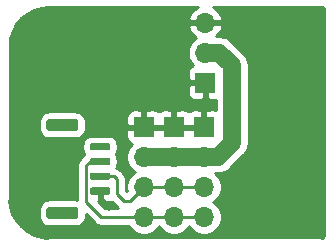
<source format=gtl>
G04 #@! TF.GenerationSoftware,KiCad,Pcbnew,(5.1.5)-3*
G04 #@! TF.CreationDate,2020-09-29T13:04:06-07:00*
G04 #@! TF.ProjectId,can_servo_x3_breakout,63616e5f-7365-4727-966f-5f78335f6272,rev?*
G04 #@! TF.SameCoordinates,Original*
G04 #@! TF.FileFunction,Copper,L1,Top*
G04 #@! TF.FilePolarity,Positive*
%FSLAX46Y46*%
G04 Gerber Fmt 4.6, Leading zero omitted, Abs format (unit mm)*
G04 Created by KiCad (PCBNEW (5.1.5)-3) date 2020-09-29 13:04:06*
%MOMM*%
%LPD*%
G04 APERTURE LIST*
%ADD10O,1.700000X1.700000*%
%ADD11R,1.700000X1.700000*%
%ADD12C,0.100000*%
%ADD13C,0.800000*%
%ADD14C,0.250000*%
%ADD15C,1.500000*%
%ADD16C,0.254000*%
G04 APERTURE END LIST*
D10*
X222148400Y-87579200D03*
X222148400Y-85039200D03*
X222148400Y-82499200D03*
D11*
X222148400Y-79959200D03*
D10*
X219608400Y-87579200D03*
X219608400Y-85039200D03*
X219608400Y-82499200D03*
D11*
X219608400Y-79959200D03*
D10*
X217068400Y-87579200D03*
X217068400Y-85039200D03*
X217068400Y-82499200D03*
D11*
X217068400Y-79959200D03*
D10*
X222250000Y-71120000D03*
X222250000Y-73660000D03*
D11*
X222250000Y-76200000D03*
G04 #@! TA.AperFunction,SMDPad,CuDef*
D12*
G36*
X211274504Y-86726204D02*
G01*
X211298773Y-86729804D01*
X211322571Y-86735765D01*
X211345671Y-86744030D01*
X211367849Y-86754520D01*
X211388893Y-86767133D01*
X211408598Y-86781747D01*
X211426777Y-86798223D01*
X211443253Y-86816402D01*
X211457867Y-86836107D01*
X211470480Y-86857151D01*
X211480970Y-86879329D01*
X211489235Y-86902429D01*
X211495196Y-86926227D01*
X211498796Y-86950496D01*
X211500000Y-86975000D01*
X211500000Y-87475000D01*
X211498796Y-87499504D01*
X211495196Y-87523773D01*
X211489235Y-87547571D01*
X211480970Y-87570671D01*
X211470480Y-87592849D01*
X211457867Y-87613893D01*
X211443253Y-87633598D01*
X211426777Y-87651777D01*
X211408598Y-87668253D01*
X211388893Y-87682867D01*
X211367849Y-87695480D01*
X211345671Y-87705970D01*
X211322571Y-87714235D01*
X211298773Y-87720196D01*
X211274504Y-87723796D01*
X211250000Y-87725000D01*
X209050000Y-87725000D01*
X209025496Y-87723796D01*
X209001227Y-87720196D01*
X208977429Y-87714235D01*
X208954329Y-87705970D01*
X208932151Y-87695480D01*
X208911107Y-87682867D01*
X208891402Y-87668253D01*
X208873223Y-87651777D01*
X208856747Y-87633598D01*
X208842133Y-87613893D01*
X208829520Y-87592849D01*
X208819030Y-87570671D01*
X208810765Y-87547571D01*
X208804804Y-87523773D01*
X208801204Y-87499504D01*
X208800000Y-87475000D01*
X208800000Y-86975000D01*
X208801204Y-86950496D01*
X208804804Y-86926227D01*
X208810765Y-86902429D01*
X208819030Y-86879329D01*
X208829520Y-86857151D01*
X208842133Y-86836107D01*
X208856747Y-86816402D01*
X208873223Y-86798223D01*
X208891402Y-86781747D01*
X208911107Y-86767133D01*
X208932151Y-86754520D01*
X208954329Y-86744030D01*
X208977429Y-86735765D01*
X209001227Y-86729804D01*
X209025496Y-86726204D01*
X209050000Y-86725000D01*
X211250000Y-86725000D01*
X211274504Y-86726204D01*
G37*
G04 #@! TD.AperFunction*
G04 #@! TA.AperFunction,SMDPad,CuDef*
G36*
X211274504Y-79276204D02*
G01*
X211298773Y-79279804D01*
X211322571Y-79285765D01*
X211345671Y-79294030D01*
X211367849Y-79304520D01*
X211388893Y-79317133D01*
X211408598Y-79331747D01*
X211426777Y-79348223D01*
X211443253Y-79366402D01*
X211457867Y-79386107D01*
X211470480Y-79407151D01*
X211480970Y-79429329D01*
X211489235Y-79452429D01*
X211495196Y-79476227D01*
X211498796Y-79500496D01*
X211500000Y-79525000D01*
X211500000Y-80025000D01*
X211498796Y-80049504D01*
X211495196Y-80073773D01*
X211489235Y-80097571D01*
X211480970Y-80120671D01*
X211470480Y-80142849D01*
X211457867Y-80163893D01*
X211443253Y-80183598D01*
X211426777Y-80201777D01*
X211408598Y-80218253D01*
X211388893Y-80232867D01*
X211367849Y-80245480D01*
X211345671Y-80255970D01*
X211322571Y-80264235D01*
X211298773Y-80270196D01*
X211274504Y-80273796D01*
X211250000Y-80275000D01*
X209050000Y-80275000D01*
X209025496Y-80273796D01*
X209001227Y-80270196D01*
X208977429Y-80264235D01*
X208954329Y-80255970D01*
X208932151Y-80245480D01*
X208911107Y-80232867D01*
X208891402Y-80218253D01*
X208873223Y-80201777D01*
X208856747Y-80183598D01*
X208842133Y-80163893D01*
X208829520Y-80142849D01*
X208819030Y-80120671D01*
X208810765Y-80097571D01*
X208804804Y-80073773D01*
X208801204Y-80049504D01*
X208800000Y-80025000D01*
X208800000Y-79525000D01*
X208801204Y-79500496D01*
X208804804Y-79476227D01*
X208810765Y-79452429D01*
X208819030Y-79429329D01*
X208829520Y-79407151D01*
X208842133Y-79386107D01*
X208856747Y-79366402D01*
X208873223Y-79348223D01*
X208891402Y-79331747D01*
X208911107Y-79317133D01*
X208932151Y-79304520D01*
X208954329Y-79294030D01*
X208977429Y-79285765D01*
X209001227Y-79279804D01*
X209025496Y-79276204D01*
X209050000Y-79275000D01*
X211250000Y-79275000D01*
X211274504Y-79276204D01*
G37*
G04 #@! TD.AperFunction*
G04 #@! TA.AperFunction,SMDPad,CuDef*
G36*
X214064703Y-85075722D02*
G01*
X214079264Y-85077882D01*
X214093543Y-85081459D01*
X214107403Y-85086418D01*
X214120710Y-85092712D01*
X214133336Y-85100280D01*
X214145159Y-85109048D01*
X214156066Y-85118934D01*
X214165952Y-85129841D01*
X214174720Y-85141664D01*
X214182288Y-85154290D01*
X214188582Y-85167597D01*
X214193541Y-85181457D01*
X214197118Y-85195736D01*
X214199278Y-85210297D01*
X214200000Y-85225000D01*
X214200000Y-85525000D01*
X214199278Y-85539703D01*
X214197118Y-85554264D01*
X214193541Y-85568543D01*
X214188582Y-85582403D01*
X214182288Y-85595710D01*
X214174720Y-85608336D01*
X214165952Y-85620159D01*
X214156066Y-85631066D01*
X214145159Y-85640952D01*
X214133336Y-85649720D01*
X214120710Y-85657288D01*
X214107403Y-85663582D01*
X214093543Y-85668541D01*
X214079264Y-85672118D01*
X214064703Y-85674278D01*
X214050000Y-85675000D01*
X212650000Y-85675000D01*
X212635297Y-85674278D01*
X212620736Y-85672118D01*
X212606457Y-85668541D01*
X212592597Y-85663582D01*
X212579290Y-85657288D01*
X212566664Y-85649720D01*
X212554841Y-85640952D01*
X212543934Y-85631066D01*
X212534048Y-85620159D01*
X212525280Y-85608336D01*
X212517712Y-85595710D01*
X212511418Y-85582403D01*
X212506459Y-85568543D01*
X212502882Y-85554264D01*
X212500722Y-85539703D01*
X212500000Y-85525000D01*
X212500000Y-85225000D01*
X212500722Y-85210297D01*
X212502882Y-85195736D01*
X212506459Y-85181457D01*
X212511418Y-85167597D01*
X212517712Y-85154290D01*
X212525280Y-85141664D01*
X212534048Y-85129841D01*
X212543934Y-85118934D01*
X212554841Y-85109048D01*
X212566664Y-85100280D01*
X212579290Y-85092712D01*
X212592597Y-85086418D01*
X212606457Y-85081459D01*
X212620736Y-85077882D01*
X212635297Y-85075722D01*
X212650000Y-85075000D01*
X214050000Y-85075000D01*
X214064703Y-85075722D01*
G37*
G04 #@! TD.AperFunction*
G04 #@! TA.AperFunction,SMDPad,CuDef*
G36*
X214064703Y-83825722D02*
G01*
X214079264Y-83827882D01*
X214093543Y-83831459D01*
X214107403Y-83836418D01*
X214120710Y-83842712D01*
X214133336Y-83850280D01*
X214145159Y-83859048D01*
X214156066Y-83868934D01*
X214165952Y-83879841D01*
X214174720Y-83891664D01*
X214182288Y-83904290D01*
X214188582Y-83917597D01*
X214193541Y-83931457D01*
X214197118Y-83945736D01*
X214199278Y-83960297D01*
X214200000Y-83975000D01*
X214200000Y-84275000D01*
X214199278Y-84289703D01*
X214197118Y-84304264D01*
X214193541Y-84318543D01*
X214188582Y-84332403D01*
X214182288Y-84345710D01*
X214174720Y-84358336D01*
X214165952Y-84370159D01*
X214156066Y-84381066D01*
X214145159Y-84390952D01*
X214133336Y-84399720D01*
X214120710Y-84407288D01*
X214107403Y-84413582D01*
X214093543Y-84418541D01*
X214079264Y-84422118D01*
X214064703Y-84424278D01*
X214050000Y-84425000D01*
X212650000Y-84425000D01*
X212635297Y-84424278D01*
X212620736Y-84422118D01*
X212606457Y-84418541D01*
X212592597Y-84413582D01*
X212579290Y-84407288D01*
X212566664Y-84399720D01*
X212554841Y-84390952D01*
X212543934Y-84381066D01*
X212534048Y-84370159D01*
X212525280Y-84358336D01*
X212517712Y-84345710D01*
X212511418Y-84332403D01*
X212506459Y-84318543D01*
X212502882Y-84304264D01*
X212500722Y-84289703D01*
X212500000Y-84275000D01*
X212500000Y-83975000D01*
X212500722Y-83960297D01*
X212502882Y-83945736D01*
X212506459Y-83931457D01*
X212511418Y-83917597D01*
X212517712Y-83904290D01*
X212525280Y-83891664D01*
X212534048Y-83879841D01*
X212543934Y-83868934D01*
X212554841Y-83859048D01*
X212566664Y-83850280D01*
X212579290Y-83842712D01*
X212592597Y-83836418D01*
X212606457Y-83831459D01*
X212620736Y-83827882D01*
X212635297Y-83825722D01*
X212650000Y-83825000D01*
X214050000Y-83825000D01*
X214064703Y-83825722D01*
G37*
G04 #@! TD.AperFunction*
G04 #@! TA.AperFunction,SMDPad,CuDef*
G36*
X214064703Y-82575722D02*
G01*
X214079264Y-82577882D01*
X214093543Y-82581459D01*
X214107403Y-82586418D01*
X214120710Y-82592712D01*
X214133336Y-82600280D01*
X214145159Y-82609048D01*
X214156066Y-82618934D01*
X214165952Y-82629841D01*
X214174720Y-82641664D01*
X214182288Y-82654290D01*
X214188582Y-82667597D01*
X214193541Y-82681457D01*
X214197118Y-82695736D01*
X214199278Y-82710297D01*
X214200000Y-82725000D01*
X214200000Y-83025000D01*
X214199278Y-83039703D01*
X214197118Y-83054264D01*
X214193541Y-83068543D01*
X214188582Y-83082403D01*
X214182288Y-83095710D01*
X214174720Y-83108336D01*
X214165952Y-83120159D01*
X214156066Y-83131066D01*
X214145159Y-83140952D01*
X214133336Y-83149720D01*
X214120710Y-83157288D01*
X214107403Y-83163582D01*
X214093543Y-83168541D01*
X214079264Y-83172118D01*
X214064703Y-83174278D01*
X214050000Y-83175000D01*
X212650000Y-83175000D01*
X212635297Y-83174278D01*
X212620736Y-83172118D01*
X212606457Y-83168541D01*
X212592597Y-83163582D01*
X212579290Y-83157288D01*
X212566664Y-83149720D01*
X212554841Y-83140952D01*
X212543934Y-83131066D01*
X212534048Y-83120159D01*
X212525280Y-83108336D01*
X212517712Y-83095710D01*
X212511418Y-83082403D01*
X212506459Y-83068543D01*
X212502882Y-83054264D01*
X212500722Y-83039703D01*
X212500000Y-83025000D01*
X212500000Y-82725000D01*
X212500722Y-82710297D01*
X212502882Y-82695736D01*
X212506459Y-82681457D01*
X212511418Y-82667597D01*
X212517712Y-82654290D01*
X212525280Y-82641664D01*
X212534048Y-82629841D01*
X212543934Y-82618934D01*
X212554841Y-82609048D01*
X212566664Y-82600280D01*
X212579290Y-82592712D01*
X212592597Y-82586418D01*
X212606457Y-82581459D01*
X212620736Y-82577882D01*
X212635297Y-82575722D01*
X212650000Y-82575000D01*
X214050000Y-82575000D01*
X214064703Y-82575722D01*
G37*
G04 #@! TD.AperFunction*
G04 #@! TA.AperFunction,SMDPad,CuDef*
G36*
X214064703Y-81325722D02*
G01*
X214079264Y-81327882D01*
X214093543Y-81331459D01*
X214107403Y-81336418D01*
X214120710Y-81342712D01*
X214133336Y-81350280D01*
X214145159Y-81359048D01*
X214156066Y-81368934D01*
X214165952Y-81379841D01*
X214174720Y-81391664D01*
X214182288Y-81404290D01*
X214188582Y-81417597D01*
X214193541Y-81431457D01*
X214197118Y-81445736D01*
X214199278Y-81460297D01*
X214200000Y-81475000D01*
X214200000Y-81775000D01*
X214199278Y-81789703D01*
X214197118Y-81804264D01*
X214193541Y-81818543D01*
X214188582Y-81832403D01*
X214182288Y-81845710D01*
X214174720Y-81858336D01*
X214165952Y-81870159D01*
X214156066Y-81881066D01*
X214145159Y-81890952D01*
X214133336Y-81899720D01*
X214120710Y-81907288D01*
X214107403Y-81913582D01*
X214093543Y-81918541D01*
X214079264Y-81922118D01*
X214064703Y-81924278D01*
X214050000Y-81925000D01*
X212650000Y-81925000D01*
X212635297Y-81924278D01*
X212620736Y-81922118D01*
X212606457Y-81918541D01*
X212592597Y-81913582D01*
X212579290Y-81907288D01*
X212566664Y-81899720D01*
X212554841Y-81890952D01*
X212543934Y-81881066D01*
X212534048Y-81870159D01*
X212525280Y-81858336D01*
X212517712Y-81845710D01*
X212511418Y-81832403D01*
X212506459Y-81818543D01*
X212502882Y-81804264D01*
X212500722Y-81789703D01*
X212500000Y-81775000D01*
X212500000Y-81475000D01*
X212500722Y-81460297D01*
X212502882Y-81445736D01*
X212506459Y-81431457D01*
X212511418Y-81417597D01*
X212517712Y-81404290D01*
X212525280Y-81391664D01*
X212534048Y-81379841D01*
X212543934Y-81368934D01*
X212554841Y-81359048D01*
X212566664Y-81350280D01*
X212579290Y-81342712D01*
X212592597Y-81336418D01*
X212606457Y-81331459D01*
X212620736Y-81327882D01*
X212635297Y-81325722D01*
X212650000Y-81325000D01*
X214050000Y-81325000D01*
X214064703Y-81325722D01*
G37*
G04 #@! TD.AperFunction*
D13*
X228346000Y-87376000D03*
X228346000Y-82550000D03*
X208534000Y-70866000D03*
X213360000Y-75438000D03*
X208534000Y-75438000D03*
X213360000Y-70866000D03*
X209042000Y-83312000D03*
X218948000Y-75438000D03*
X219202000Y-71120000D03*
X214122000Y-86614000D03*
D14*
X213350000Y-85375000D02*
X213350000Y-85842000D01*
X213350000Y-85842000D02*
X214122000Y-86614000D01*
D15*
X223452081Y-73660000D02*
X224536000Y-74743919D01*
X222250000Y-73660000D02*
X223452081Y-73660000D01*
X224536000Y-81313681D02*
X223350481Y-82499200D01*
X223350481Y-82499200D02*
X222148400Y-82499200D01*
X224536000Y-74743919D02*
X224536000Y-81313681D01*
X217068400Y-82499200D02*
X222148400Y-82499200D01*
D14*
X217068400Y-85039200D02*
X222148400Y-85039200D01*
X213350000Y-84125000D02*
X214528600Y-84125000D01*
X214528600Y-84125000D02*
X214782400Y-84378800D01*
X214782400Y-84378800D02*
X214782400Y-85648800D01*
X214782400Y-85648800D02*
X215392000Y-86258400D01*
X215849200Y-86258400D02*
X217068400Y-85039200D01*
X215392000Y-86258400D02*
X215849200Y-86258400D01*
X220946319Y-87579200D02*
X217068400Y-87579200D01*
X222148400Y-87579200D02*
X220946319Y-87579200D01*
X217068400Y-87579200D02*
X213461600Y-87579200D01*
X212500000Y-82875000D02*
X213350000Y-82875000D01*
X212174990Y-83200010D02*
X212500000Y-82875000D01*
X212174990Y-86292590D02*
X212174990Y-83200010D01*
X213461600Y-87579200D02*
X212174990Y-86292590D01*
D16*
G36*
X232128356Y-69776580D02*
G01*
X232186405Y-69807445D01*
X232237343Y-69848989D01*
X232279248Y-69899644D01*
X232310515Y-69957471D01*
X232313534Y-69967222D01*
X232305000Y-70053866D01*
X232305001Y-89034135D01*
X232313577Y-89121210D01*
X232311420Y-89128357D01*
X232280554Y-89186406D01*
X232239011Y-89237343D01*
X232188356Y-89279248D01*
X232130529Y-89310515D01*
X232120778Y-89313534D01*
X232034135Y-89305000D01*
X208965865Y-89305000D01*
X208863756Y-89315057D01*
X208842781Y-89321420D01*
X208351874Y-89273286D01*
X207728430Y-89085057D01*
X207153427Y-88779323D01*
X206648752Y-88367721D01*
X206233638Y-87865933D01*
X205923896Y-87293077D01*
X205825435Y-86975000D01*
X208161928Y-86975000D01*
X208161928Y-87475000D01*
X208178992Y-87648254D01*
X208229528Y-87814850D01*
X208311595Y-87968386D01*
X208422038Y-88102962D01*
X208556614Y-88213405D01*
X208710150Y-88295472D01*
X208876746Y-88346008D01*
X209050000Y-88363072D01*
X211250000Y-88363072D01*
X211423254Y-88346008D01*
X211589850Y-88295472D01*
X211743386Y-88213405D01*
X211877962Y-88102962D01*
X211988405Y-87968386D01*
X212070472Y-87814850D01*
X212121008Y-87648254D01*
X212138072Y-87475000D01*
X212138072Y-87330473D01*
X212897801Y-88090203D01*
X212921599Y-88119201D01*
X213037324Y-88214174D01*
X213169353Y-88284746D01*
X213312614Y-88328203D01*
X213424267Y-88339200D01*
X213424276Y-88339200D01*
X213461599Y-88342876D01*
X213498922Y-88339200D01*
X215790222Y-88339200D01*
X215914925Y-88525832D01*
X216121768Y-88732675D01*
X216364989Y-88895190D01*
X216635242Y-89007132D01*
X216922140Y-89064200D01*
X217214660Y-89064200D01*
X217501558Y-89007132D01*
X217771811Y-88895190D01*
X218015032Y-88732675D01*
X218221875Y-88525832D01*
X218338400Y-88351440D01*
X218454925Y-88525832D01*
X218661768Y-88732675D01*
X218904989Y-88895190D01*
X219175242Y-89007132D01*
X219462140Y-89064200D01*
X219754660Y-89064200D01*
X220041558Y-89007132D01*
X220311811Y-88895190D01*
X220555032Y-88732675D01*
X220761875Y-88525832D01*
X220878400Y-88351440D01*
X220994925Y-88525832D01*
X221201768Y-88732675D01*
X221444989Y-88895190D01*
X221715242Y-89007132D01*
X222002140Y-89064200D01*
X222294660Y-89064200D01*
X222581558Y-89007132D01*
X222851811Y-88895190D01*
X223095032Y-88732675D01*
X223301875Y-88525832D01*
X223464390Y-88282611D01*
X223576332Y-88012358D01*
X223633400Y-87725460D01*
X223633400Y-87432940D01*
X223576332Y-87146042D01*
X223464390Y-86875789D01*
X223301875Y-86632568D01*
X223095032Y-86425725D01*
X222920640Y-86309200D01*
X223095032Y-86192675D01*
X223301875Y-85985832D01*
X223464390Y-85742611D01*
X223576332Y-85472358D01*
X223633400Y-85185460D01*
X223633400Y-84892940D01*
X223576332Y-84606042D01*
X223464390Y-84335789D01*
X223301875Y-84092568D01*
X223095032Y-83885725D01*
X223092750Y-83884200D01*
X223282452Y-83884200D01*
X223350481Y-83890900D01*
X223418510Y-83884200D01*
X223418518Y-83884200D01*
X223621988Y-83864160D01*
X223883062Y-83784964D01*
X224123669Y-83656357D01*
X224334562Y-83483281D01*
X224377935Y-83430431D01*
X225467236Y-82341131D01*
X225520081Y-82297762D01*
X225577586Y-82227693D01*
X225693156Y-82086870D01*
X225698656Y-82076582D01*
X225821764Y-81846262D01*
X225843381Y-81775000D01*
X225900960Y-81585189D01*
X225907861Y-81515119D01*
X225921000Y-81381718D01*
X225921000Y-81381711D01*
X225927700Y-81313682D01*
X225921000Y-81245653D01*
X225921000Y-74811948D01*
X225927700Y-74743919D01*
X225921000Y-74675890D01*
X225921000Y-74675882D01*
X225900960Y-74472412D01*
X225821764Y-74211338D01*
X225693157Y-73970731D01*
X225633932Y-73898566D01*
X225563452Y-73812685D01*
X225563445Y-73812678D01*
X225520080Y-73759838D01*
X225467241Y-73716474D01*
X224479535Y-72728769D01*
X224436162Y-72675919D01*
X224225269Y-72502843D01*
X223984662Y-72374236D01*
X223723588Y-72295040D01*
X223520118Y-72275000D01*
X223520110Y-72275000D01*
X223452081Y-72268300D01*
X223384052Y-72275000D01*
X223175929Y-72275000D01*
X223347588Y-72120269D01*
X223521641Y-71886920D01*
X223646825Y-71624099D01*
X223691476Y-71476890D01*
X223570155Y-71247000D01*
X222377000Y-71247000D01*
X222377000Y-71267000D01*
X222123000Y-71267000D01*
X222123000Y-71247000D01*
X220929845Y-71247000D01*
X220808524Y-71476890D01*
X220853175Y-71624099D01*
X220978359Y-71886920D01*
X221152412Y-72120269D01*
X221368645Y-72315178D01*
X221485534Y-72384805D01*
X221303368Y-72506525D01*
X221096525Y-72713368D01*
X220934010Y-72956589D01*
X220822068Y-73226842D01*
X220765000Y-73513740D01*
X220765000Y-73806260D01*
X220822068Y-74093158D01*
X220934010Y-74363411D01*
X221096525Y-74606632D01*
X221228380Y-74738487D01*
X221155820Y-74760498D01*
X221045506Y-74819463D01*
X220948815Y-74898815D01*
X220869463Y-74995506D01*
X220810498Y-75105820D01*
X220774188Y-75225518D01*
X220761928Y-75350000D01*
X220765000Y-75914250D01*
X220923750Y-76073000D01*
X222123000Y-76073000D01*
X222123000Y-76053000D01*
X222377000Y-76053000D01*
X222377000Y-76073000D01*
X222397000Y-76073000D01*
X222397000Y-76327000D01*
X222377000Y-76327000D01*
X222377000Y-77526250D01*
X222535750Y-77685000D01*
X223100000Y-77688072D01*
X223151000Y-77683049D01*
X223151001Y-78491918D01*
X223122882Y-78483388D01*
X222998400Y-78471128D01*
X222434150Y-78474200D01*
X222275400Y-78632950D01*
X222275400Y-79832200D01*
X222295400Y-79832200D01*
X222295400Y-80086200D01*
X222275400Y-80086200D01*
X222275400Y-80106200D01*
X222021400Y-80106200D01*
X222021400Y-80086200D01*
X219735400Y-80086200D01*
X219735400Y-80106200D01*
X219481400Y-80106200D01*
X219481400Y-80086200D01*
X217195400Y-80086200D01*
X217195400Y-80106200D01*
X216941400Y-80106200D01*
X216941400Y-80086200D01*
X215742150Y-80086200D01*
X215583400Y-80244950D01*
X215580328Y-80809200D01*
X215592588Y-80933682D01*
X215628898Y-81053380D01*
X215687863Y-81163694D01*
X215767215Y-81260385D01*
X215863906Y-81339737D01*
X215974220Y-81398702D01*
X216046780Y-81420713D01*
X215914925Y-81552568D01*
X215752410Y-81795789D01*
X215640468Y-82066042D01*
X215583400Y-82352940D01*
X215583400Y-82645460D01*
X215640468Y-82932358D01*
X215752410Y-83202611D01*
X215914925Y-83445832D01*
X216121768Y-83652675D01*
X216296160Y-83769200D01*
X216121768Y-83885725D01*
X215914925Y-84092568D01*
X215752410Y-84335789D01*
X215640468Y-84606042D01*
X215583400Y-84892940D01*
X215583400Y-85185460D01*
X215627191Y-85405608D01*
X215620600Y-85412199D01*
X215542400Y-85333999D01*
X215542400Y-84416122D01*
X215546076Y-84378799D01*
X215542400Y-84341476D01*
X215542400Y-84341467D01*
X215531403Y-84229814D01*
X215487946Y-84086553D01*
X215417374Y-83954524D01*
X215322401Y-83838799D01*
X215293403Y-83815001D01*
X215092403Y-83614002D01*
X215068601Y-83584999D01*
X214952876Y-83490026D01*
X214820847Y-83419454D01*
X214741335Y-83395335D01*
X214778084Y-83326582D01*
X214822929Y-83178745D01*
X214838072Y-83025000D01*
X214838072Y-82725000D01*
X214822929Y-82571255D01*
X214778084Y-82423418D01*
X214705258Y-82287171D01*
X214674753Y-82250000D01*
X214705258Y-82212829D01*
X214778084Y-82076582D01*
X214822929Y-81928745D01*
X214838072Y-81775000D01*
X214838072Y-81475000D01*
X214822929Y-81321255D01*
X214778084Y-81173418D01*
X214705258Y-81037171D01*
X214607251Y-80917749D01*
X214487829Y-80819742D01*
X214351582Y-80746916D01*
X214203745Y-80702071D01*
X214050000Y-80686928D01*
X212650000Y-80686928D01*
X212496255Y-80702071D01*
X212348418Y-80746916D01*
X212212171Y-80819742D01*
X212092749Y-80917749D01*
X211994742Y-81037171D01*
X211921916Y-81173418D01*
X211877071Y-81321255D01*
X211861928Y-81475000D01*
X211861928Y-81775000D01*
X211877071Y-81928745D01*
X211921916Y-82076582D01*
X211994742Y-82212829D01*
X212025247Y-82250000D01*
X211994742Y-82287171D01*
X211976350Y-82321580D01*
X211959999Y-82334999D01*
X211936196Y-82364003D01*
X211663988Y-82636211D01*
X211634990Y-82660009D01*
X211611192Y-82689007D01*
X211611191Y-82689008D01*
X211540016Y-82775734D01*
X211469444Y-82907764D01*
X211425988Y-83051025D01*
X211411314Y-83200010D01*
X211414991Y-83237342D01*
X211414990Y-86103178D01*
X211250000Y-86086928D01*
X209050000Y-86086928D01*
X208876746Y-86103992D01*
X208710150Y-86154528D01*
X208556614Y-86236595D01*
X208422038Y-86347038D01*
X208311595Y-86481614D01*
X208229528Y-86635150D01*
X208178992Y-86801746D01*
X208161928Y-86975000D01*
X205825435Y-86975000D01*
X205731318Y-86670961D01*
X205677645Y-86160301D01*
X205684943Y-86136244D01*
X205695000Y-86034135D01*
X205695000Y-79525000D01*
X208161928Y-79525000D01*
X208161928Y-80025000D01*
X208178992Y-80198254D01*
X208229528Y-80364850D01*
X208311595Y-80518386D01*
X208422038Y-80652962D01*
X208556614Y-80763405D01*
X208710150Y-80845472D01*
X208876746Y-80896008D01*
X209050000Y-80913072D01*
X211250000Y-80913072D01*
X211423254Y-80896008D01*
X211589850Y-80845472D01*
X211743386Y-80763405D01*
X211877962Y-80652962D01*
X211988405Y-80518386D01*
X212070472Y-80364850D01*
X212121008Y-80198254D01*
X212138072Y-80025000D01*
X212138072Y-79525000D01*
X212121008Y-79351746D01*
X212070472Y-79185150D01*
X212029876Y-79109200D01*
X215580328Y-79109200D01*
X215583400Y-79673450D01*
X215742150Y-79832200D01*
X216941400Y-79832200D01*
X216941400Y-78632950D01*
X217195400Y-78632950D01*
X217195400Y-79832200D01*
X219481400Y-79832200D01*
X219481400Y-78632950D01*
X219735400Y-78632950D01*
X219735400Y-79832200D01*
X222021400Y-79832200D01*
X222021400Y-78632950D01*
X221862650Y-78474200D01*
X221298400Y-78471128D01*
X221173918Y-78483388D01*
X221054220Y-78519698D01*
X220943906Y-78578663D01*
X220878400Y-78632422D01*
X220812894Y-78578663D01*
X220702580Y-78519698D01*
X220582882Y-78483388D01*
X220458400Y-78471128D01*
X219894150Y-78474200D01*
X219735400Y-78632950D01*
X219481400Y-78632950D01*
X219322650Y-78474200D01*
X218758400Y-78471128D01*
X218633918Y-78483388D01*
X218514220Y-78519698D01*
X218403906Y-78578663D01*
X218338400Y-78632422D01*
X218272894Y-78578663D01*
X218162580Y-78519698D01*
X218042882Y-78483388D01*
X217918400Y-78471128D01*
X217354150Y-78474200D01*
X217195400Y-78632950D01*
X216941400Y-78632950D01*
X216782650Y-78474200D01*
X216218400Y-78471128D01*
X216093918Y-78483388D01*
X215974220Y-78519698D01*
X215863906Y-78578663D01*
X215767215Y-78658015D01*
X215687863Y-78754706D01*
X215628898Y-78865020D01*
X215592588Y-78984718D01*
X215580328Y-79109200D01*
X212029876Y-79109200D01*
X211988405Y-79031614D01*
X211877962Y-78897038D01*
X211743386Y-78786595D01*
X211589850Y-78704528D01*
X211423254Y-78653992D01*
X211250000Y-78636928D01*
X209050000Y-78636928D01*
X208876746Y-78653992D01*
X208710150Y-78704528D01*
X208556614Y-78786595D01*
X208422038Y-78897038D01*
X208311595Y-79031614D01*
X208229528Y-79185150D01*
X208178992Y-79351746D01*
X208161928Y-79525000D01*
X205695000Y-79525000D01*
X205695000Y-77050000D01*
X220761928Y-77050000D01*
X220774188Y-77174482D01*
X220810498Y-77294180D01*
X220869463Y-77404494D01*
X220948815Y-77501185D01*
X221045506Y-77580537D01*
X221155820Y-77639502D01*
X221275518Y-77675812D01*
X221400000Y-77688072D01*
X221964250Y-77685000D01*
X222123000Y-77526250D01*
X222123000Y-76327000D01*
X220923750Y-76327000D01*
X220765000Y-76485750D01*
X220761928Y-77050000D01*
X205695000Y-77050000D01*
X205695000Y-73121990D01*
X205761212Y-72446703D01*
X205947456Y-71829835D01*
X206249971Y-71260886D01*
X206657233Y-70761534D01*
X207153732Y-70350794D01*
X207720552Y-70044315D01*
X208336108Y-69853769D01*
X209009425Y-69783000D01*
X221606733Y-69783000D01*
X221368645Y-69924822D01*
X221152412Y-70119731D01*
X220978359Y-70353080D01*
X220853175Y-70615901D01*
X220808524Y-70763110D01*
X220929845Y-70993000D01*
X222123000Y-70993000D01*
X222123000Y-70973000D01*
X222377000Y-70973000D01*
X222377000Y-70993000D01*
X223570155Y-70993000D01*
X223691476Y-70763110D01*
X223646825Y-70615901D01*
X223521641Y-70353080D01*
X223347588Y-70119731D01*
X223131355Y-69924822D01*
X222893267Y-69783000D01*
X232034135Y-69783000D01*
X232121213Y-69774423D01*
X232128356Y-69776580D01*
G37*
X232128356Y-69776580D02*
X232186405Y-69807445D01*
X232237343Y-69848989D01*
X232279248Y-69899644D01*
X232310515Y-69957471D01*
X232313534Y-69967222D01*
X232305000Y-70053866D01*
X232305001Y-89034135D01*
X232313577Y-89121210D01*
X232311420Y-89128357D01*
X232280554Y-89186406D01*
X232239011Y-89237343D01*
X232188356Y-89279248D01*
X232130529Y-89310515D01*
X232120778Y-89313534D01*
X232034135Y-89305000D01*
X208965865Y-89305000D01*
X208863756Y-89315057D01*
X208842781Y-89321420D01*
X208351874Y-89273286D01*
X207728430Y-89085057D01*
X207153427Y-88779323D01*
X206648752Y-88367721D01*
X206233638Y-87865933D01*
X205923896Y-87293077D01*
X205825435Y-86975000D01*
X208161928Y-86975000D01*
X208161928Y-87475000D01*
X208178992Y-87648254D01*
X208229528Y-87814850D01*
X208311595Y-87968386D01*
X208422038Y-88102962D01*
X208556614Y-88213405D01*
X208710150Y-88295472D01*
X208876746Y-88346008D01*
X209050000Y-88363072D01*
X211250000Y-88363072D01*
X211423254Y-88346008D01*
X211589850Y-88295472D01*
X211743386Y-88213405D01*
X211877962Y-88102962D01*
X211988405Y-87968386D01*
X212070472Y-87814850D01*
X212121008Y-87648254D01*
X212138072Y-87475000D01*
X212138072Y-87330473D01*
X212897801Y-88090203D01*
X212921599Y-88119201D01*
X213037324Y-88214174D01*
X213169353Y-88284746D01*
X213312614Y-88328203D01*
X213424267Y-88339200D01*
X213424276Y-88339200D01*
X213461599Y-88342876D01*
X213498922Y-88339200D01*
X215790222Y-88339200D01*
X215914925Y-88525832D01*
X216121768Y-88732675D01*
X216364989Y-88895190D01*
X216635242Y-89007132D01*
X216922140Y-89064200D01*
X217214660Y-89064200D01*
X217501558Y-89007132D01*
X217771811Y-88895190D01*
X218015032Y-88732675D01*
X218221875Y-88525832D01*
X218338400Y-88351440D01*
X218454925Y-88525832D01*
X218661768Y-88732675D01*
X218904989Y-88895190D01*
X219175242Y-89007132D01*
X219462140Y-89064200D01*
X219754660Y-89064200D01*
X220041558Y-89007132D01*
X220311811Y-88895190D01*
X220555032Y-88732675D01*
X220761875Y-88525832D01*
X220878400Y-88351440D01*
X220994925Y-88525832D01*
X221201768Y-88732675D01*
X221444989Y-88895190D01*
X221715242Y-89007132D01*
X222002140Y-89064200D01*
X222294660Y-89064200D01*
X222581558Y-89007132D01*
X222851811Y-88895190D01*
X223095032Y-88732675D01*
X223301875Y-88525832D01*
X223464390Y-88282611D01*
X223576332Y-88012358D01*
X223633400Y-87725460D01*
X223633400Y-87432940D01*
X223576332Y-87146042D01*
X223464390Y-86875789D01*
X223301875Y-86632568D01*
X223095032Y-86425725D01*
X222920640Y-86309200D01*
X223095032Y-86192675D01*
X223301875Y-85985832D01*
X223464390Y-85742611D01*
X223576332Y-85472358D01*
X223633400Y-85185460D01*
X223633400Y-84892940D01*
X223576332Y-84606042D01*
X223464390Y-84335789D01*
X223301875Y-84092568D01*
X223095032Y-83885725D01*
X223092750Y-83884200D01*
X223282452Y-83884200D01*
X223350481Y-83890900D01*
X223418510Y-83884200D01*
X223418518Y-83884200D01*
X223621988Y-83864160D01*
X223883062Y-83784964D01*
X224123669Y-83656357D01*
X224334562Y-83483281D01*
X224377935Y-83430431D01*
X225467236Y-82341131D01*
X225520081Y-82297762D01*
X225577586Y-82227693D01*
X225693156Y-82086870D01*
X225698656Y-82076582D01*
X225821764Y-81846262D01*
X225843381Y-81775000D01*
X225900960Y-81585189D01*
X225907861Y-81515119D01*
X225921000Y-81381718D01*
X225921000Y-81381711D01*
X225927700Y-81313682D01*
X225921000Y-81245653D01*
X225921000Y-74811948D01*
X225927700Y-74743919D01*
X225921000Y-74675890D01*
X225921000Y-74675882D01*
X225900960Y-74472412D01*
X225821764Y-74211338D01*
X225693157Y-73970731D01*
X225633932Y-73898566D01*
X225563452Y-73812685D01*
X225563445Y-73812678D01*
X225520080Y-73759838D01*
X225467241Y-73716474D01*
X224479535Y-72728769D01*
X224436162Y-72675919D01*
X224225269Y-72502843D01*
X223984662Y-72374236D01*
X223723588Y-72295040D01*
X223520118Y-72275000D01*
X223520110Y-72275000D01*
X223452081Y-72268300D01*
X223384052Y-72275000D01*
X223175929Y-72275000D01*
X223347588Y-72120269D01*
X223521641Y-71886920D01*
X223646825Y-71624099D01*
X223691476Y-71476890D01*
X223570155Y-71247000D01*
X222377000Y-71247000D01*
X222377000Y-71267000D01*
X222123000Y-71267000D01*
X222123000Y-71247000D01*
X220929845Y-71247000D01*
X220808524Y-71476890D01*
X220853175Y-71624099D01*
X220978359Y-71886920D01*
X221152412Y-72120269D01*
X221368645Y-72315178D01*
X221485534Y-72384805D01*
X221303368Y-72506525D01*
X221096525Y-72713368D01*
X220934010Y-72956589D01*
X220822068Y-73226842D01*
X220765000Y-73513740D01*
X220765000Y-73806260D01*
X220822068Y-74093158D01*
X220934010Y-74363411D01*
X221096525Y-74606632D01*
X221228380Y-74738487D01*
X221155820Y-74760498D01*
X221045506Y-74819463D01*
X220948815Y-74898815D01*
X220869463Y-74995506D01*
X220810498Y-75105820D01*
X220774188Y-75225518D01*
X220761928Y-75350000D01*
X220765000Y-75914250D01*
X220923750Y-76073000D01*
X222123000Y-76073000D01*
X222123000Y-76053000D01*
X222377000Y-76053000D01*
X222377000Y-76073000D01*
X222397000Y-76073000D01*
X222397000Y-76327000D01*
X222377000Y-76327000D01*
X222377000Y-77526250D01*
X222535750Y-77685000D01*
X223100000Y-77688072D01*
X223151000Y-77683049D01*
X223151001Y-78491918D01*
X223122882Y-78483388D01*
X222998400Y-78471128D01*
X222434150Y-78474200D01*
X222275400Y-78632950D01*
X222275400Y-79832200D01*
X222295400Y-79832200D01*
X222295400Y-80086200D01*
X222275400Y-80086200D01*
X222275400Y-80106200D01*
X222021400Y-80106200D01*
X222021400Y-80086200D01*
X219735400Y-80086200D01*
X219735400Y-80106200D01*
X219481400Y-80106200D01*
X219481400Y-80086200D01*
X217195400Y-80086200D01*
X217195400Y-80106200D01*
X216941400Y-80106200D01*
X216941400Y-80086200D01*
X215742150Y-80086200D01*
X215583400Y-80244950D01*
X215580328Y-80809200D01*
X215592588Y-80933682D01*
X215628898Y-81053380D01*
X215687863Y-81163694D01*
X215767215Y-81260385D01*
X215863906Y-81339737D01*
X215974220Y-81398702D01*
X216046780Y-81420713D01*
X215914925Y-81552568D01*
X215752410Y-81795789D01*
X215640468Y-82066042D01*
X215583400Y-82352940D01*
X215583400Y-82645460D01*
X215640468Y-82932358D01*
X215752410Y-83202611D01*
X215914925Y-83445832D01*
X216121768Y-83652675D01*
X216296160Y-83769200D01*
X216121768Y-83885725D01*
X215914925Y-84092568D01*
X215752410Y-84335789D01*
X215640468Y-84606042D01*
X215583400Y-84892940D01*
X215583400Y-85185460D01*
X215627191Y-85405608D01*
X215620600Y-85412199D01*
X215542400Y-85333999D01*
X215542400Y-84416122D01*
X215546076Y-84378799D01*
X215542400Y-84341476D01*
X215542400Y-84341467D01*
X215531403Y-84229814D01*
X215487946Y-84086553D01*
X215417374Y-83954524D01*
X215322401Y-83838799D01*
X215293403Y-83815001D01*
X215092403Y-83614002D01*
X215068601Y-83584999D01*
X214952876Y-83490026D01*
X214820847Y-83419454D01*
X214741335Y-83395335D01*
X214778084Y-83326582D01*
X214822929Y-83178745D01*
X214838072Y-83025000D01*
X214838072Y-82725000D01*
X214822929Y-82571255D01*
X214778084Y-82423418D01*
X214705258Y-82287171D01*
X214674753Y-82250000D01*
X214705258Y-82212829D01*
X214778084Y-82076582D01*
X214822929Y-81928745D01*
X214838072Y-81775000D01*
X214838072Y-81475000D01*
X214822929Y-81321255D01*
X214778084Y-81173418D01*
X214705258Y-81037171D01*
X214607251Y-80917749D01*
X214487829Y-80819742D01*
X214351582Y-80746916D01*
X214203745Y-80702071D01*
X214050000Y-80686928D01*
X212650000Y-80686928D01*
X212496255Y-80702071D01*
X212348418Y-80746916D01*
X212212171Y-80819742D01*
X212092749Y-80917749D01*
X211994742Y-81037171D01*
X211921916Y-81173418D01*
X211877071Y-81321255D01*
X211861928Y-81475000D01*
X211861928Y-81775000D01*
X211877071Y-81928745D01*
X211921916Y-82076582D01*
X211994742Y-82212829D01*
X212025247Y-82250000D01*
X211994742Y-82287171D01*
X211976350Y-82321580D01*
X211959999Y-82334999D01*
X211936196Y-82364003D01*
X211663988Y-82636211D01*
X211634990Y-82660009D01*
X211611192Y-82689007D01*
X211611191Y-82689008D01*
X211540016Y-82775734D01*
X211469444Y-82907764D01*
X211425988Y-83051025D01*
X211411314Y-83200010D01*
X211414991Y-83237342D01*
X211414990Y-86103178D01*
X211250000Y-86086928D01*
X209050000Y-86086928D01*
X208876746Y-86103992D01*
X208710150Y-86154528D01*
X208556614Y-86236595D01*
X208422038Y-86347038D01*
X208311595Y-86481614D01*
X208229528Y-86635150D01*
X208178992Y-86801746D01*
X208161928Y-86975000D01*
X205825435Y-86975000D01*
X205731318Y-86670961D01*
X205677645Y-86160301D01*
X205684943Y-86136244D01*
X205695000Y-86034135D01*
X205695000Y-79525000D01*
X208161928Y-79525000D01*
X208161928Y-80025000D01*
X208178992Y-80198254D01*
X208229528Y-80364850D01*
X208311595Y-80518386D01*
X208422038Y-80652962D01*
X208556614Y-80763405D01*
X208710150Y-80845472D01*
X208876746Y-80896008D01*
X209050000Y-80913072D01*
X211250000Y-80913072D01*
X211423254Y-80896008D01*
X211589850Y-80845472D01*
X211743386Y-80763405D01*
X211877962Y-80652962D01*
X211988405Y-80518386D01*
X212070472Y-80364850D01*
X212121008Y-80198254D01*
X212138072Y-80025000D01*
X212138072Y-79525000D01*
X212121008Y-79351746D01*
X212070472Y-79185150D01*
X212029876Y-79109200D01*
X215580328Y-79109200D01*
X215583400Y-79673450D01*
X215742150Y-79832200D01*
X216941400Y-79832200D01*
X216941400Y-78632950D01*
X217195400Y-78632950D01*
X217195400Y-79832200D01*
X219481400Y-79832200D01*
X219481400Y-78632950D01*
X219735400Y-78632950D01*
X219735400Y-79832200D01*
X222021400Y-79832200D01*
X222021400Y-78632950D01*
X221862650Y-78474200D01*
X221298400Y-78471128D01*
X221173918Y-78483388D01*
X221054220Y-78519698D01*
X220943906Y-78578663D01*
X220878400Y-78632422D01*
X220812894Y-78578663D01*
X220702580Y-78519698D01*
X220582882Y-78483388D01*
X220458400Y-78471128D01*
X219894150Y-78474200D01*
X219735400Y-78632950D01*
X219481400Y-78632950D01*
X219322650Y-78474200D01*
X218758400Y-78471128D01*
X218633918Y-78483388D01*
X218514220Y-78519698D01*
X218403906Y-78578663D01*
X218338400Y-78632422D01*
X218272894Y-78578663D01*
X218162580Y-78519698D01*
X218042882Y-78483388D01*
X217918400Y-78471128D01*
X217354150Y-78474200D01*
X217195400Y-78632950D01*
X216941400Y-78632950D01*
X216782650Y-78474200D01*
X216218400Y-78471128D01*
X216093918Y-78483388D01*
X215974220Y-78519698D01*
X215863906Y-78578663D01*
X215767215Y-78658015D01*
X215687863Y-78754706D01*
X215628898Y-78865020D01*
X215592588Y-78984718D01*
X215580328Y-79109200D01*
X212029876Y-79109200D01*
X211988405Y-79031614D01*
X211877962Y-78897038D01*
X211743386Y-78786595D01*
X211589850Y-78704528D01*
X211423254Y-78653992D01*
X211250000Y-78636928D01*
X209050000Y-78636928D01*
X208876746Y-78653992D01*
X208710150Y-78704528D01*
X208556614Y-78786595D01*
X208422038Y-78897038D01*
X208311595Y-79031614D01*
X208229528Y-79185150D01*
X208178992Y-79351746D01*
X208161928Y-79525000D01*
X205695000Y-79525000D01*
X205695000Y-77050000D01*
X220761928Y-77050000D01*
X220774188Y-77174482D01*
X220810498Y-77294180D01*
X220869463Y-77404494D01*
X220948815Y-77501185D01*
X221045506Y-77580537D01*
X221155820Y-77639502D01*
X221275518Y-77675812D01*
X221400000Y-77688072D01*
X221964250Y-77685000D01*
X222123000Y-77526250D01*
X222123000Y-76327000D01*
X220923750Y-76327000D01*
X220765000Y-76485750D01*
X220761928Y-77050000D01*
X205695000Y-77050000D01*
X205695000Y-73121990D01*
X205761212Y-72446703D01*
X205947456Y-71829835D01*
X206249971Y-71260886D01*
X206657233Y-70761534D01*
X207153732Y-70350794D01*
X207720552Y-70044315D01*
X208336108Y-69853769D01*
X209009425Y-69783000D01*
X221606733Y-69783000D01*
X221368645Y-69924822D01*
X221152412Y-70119731D01*
X220978359Y-70353080D01*
X220853175Y-70615901D01*
X220808524Y-70763110D01*
X220929845Y-70993000D01*
X222123000Y-70993000D01*
X222123000Y-70973000D01*
X222377000Y-70973000D01*
X222377000Y-70993000D01*
X223570155Y-70993000D01*
X223691476Y-70763110D01*
X223646825Y-70615901D01*
X223521641Y-70353080D01*
X223347588Y-70119731D01*
X223131355Y-69924822D01*
X222893267Y-69783000D01*
X232034135Y-69783000D01*
X232121213Y-69774423D01*
X232128356Y-69776580D01*
G36*
X213477000Y-85248000D02*
G01*
X213497000Y-85248000D01*
X213497000Y-85502000D01*
X213477000Y-85502000D01*
X213477000Y-86151250D01*
X213635750Y-86310000D01*
X214200000Y-86313072D01*
X214324482Y-86300812D01*
X214351435Y-86292636D01*
X214828200Y-86769402D01*
X214851999Y-86798401D01*
X214877343Y-86819200D01*
X213776402Y-86819200D01*
X213165726Y-86208524D01*
X213223000Y-86151250D01*
X213223000Y-85502000D01*
X213203000Y-85502000D01*
X213203000Y-85248000D01*
X213223000Y-85248000D01*
X213223000Y-85228000D01*
X213477000Y-85228000D01*
X213477000Y-85248000D01*
G37*
X213477000Y-85248000D02*
X213497000Y-85248000D01*
X213497000Y-85502000D01*
X213477000Y-85502000D01*
X213477000Y-86151250D01*
X213635750Y-86310000D01*
X214200000Y-86313072D01*
X214324482Y-86300812D01*
X214351435Y-86292636D01*
X214828200Y-86769402D01*
X214851999Y-86798401D01*
X214877343Y-86819200D01*
X213776402Y-86819200D01*
X213165726Y-86208524D01*
X213223000Y-86151250D01*
X213223000Y-85502000D01*
X213203000Y-85502000D01*
X213203000Y-85248000D01*
X213223000Y-85248000D01*
X213223000Y-85228000D01*
X213477000Y-85228000D01*
X213477000Y-85248000D01*
M02*

</source>
